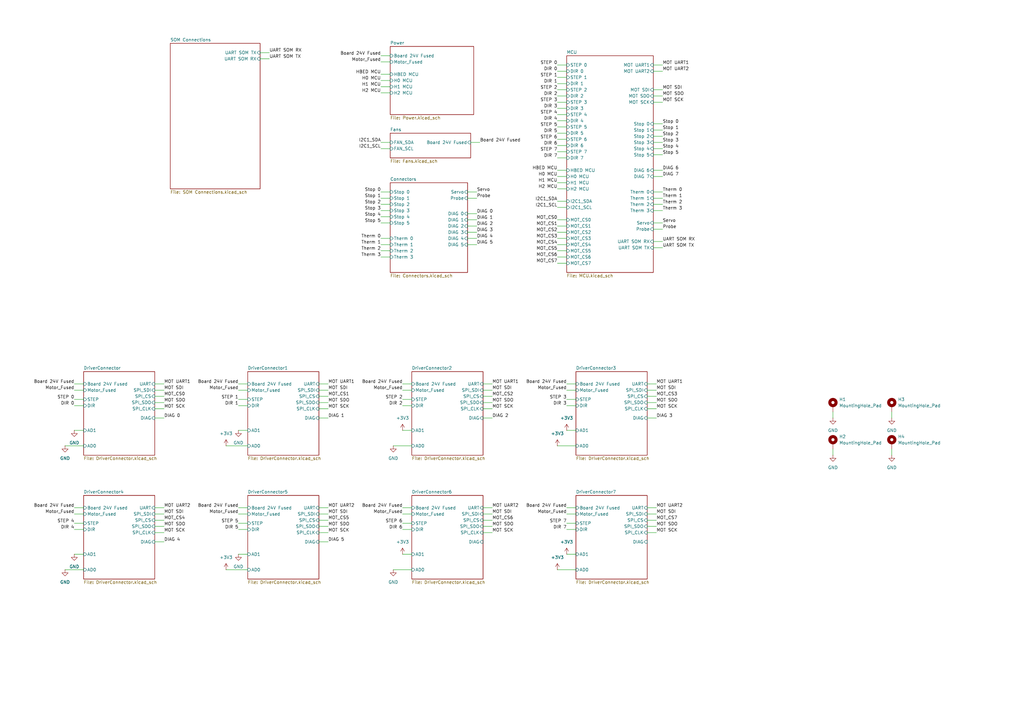
<source format=kicad_sch>
(kicad_sch (version 20231120) (generator "eeschema") (generator_version "8.0")
  (paper "A3")
  (lib_symbols
    (symbol "Mechanical:MountingHole_Pad" (pin_numbers hide) (pin_names (offset 1.016) hide) (exclude_from_sim yes) (in_bom no)
      (property "Reference" "H" (at 0 6.35 0))
      (property "Value" "MountingHole_Pad" (at 0 4.445 0))
      (symbol "MountingHole_Pad_0_1"
        (circle (center 0 1.27) (radius 1.27) (stroke (width 1.27)))
      )
      (symbol "MountingHole_Pad_1_1"
        (pin input line (at 0 -2.54 90) (length 2.54) (name "1") (number "1"))
      )
    )
    (symbol "power:+3V3" (power) (pin_numbers hide) (pin_names (offset 0) hide)
      (property "Value" "+3V3" (at 0 3.556 0))
      (symbol "+3V3_0_1"
        (polyline (pts (xy -0.762 1.27) (xy 0 2.54)))
        (polyline (pts (xy 0 0) (xy 0 2.54)))
        (polyline (pts (xy 0 2.54) (xy 0.762 1.27)))
      )
      (symbol "+3V3_1_1"
        (pin power_in line (at 0 0 90) (length 0) (name "~") (number "1"))
      )
    )
    (symbol "power:GND" (power) (pin_numbers hide) (pin_names (offset 0) hide)
      (property "Value" "GND" (at 0 -3.81 0))
      (symbol "GND_0_1"
        (polyline (pts (xy 0 0) (xy 0 -1.27) (xy 1.27 -1.27) (xy 0 -2.54) (xy -1.27 -1.27) (xy 0 -1.27)))
      )
      (symbol "GND_1_1"
        (pin power_in line (at 0 0 270) (length 0) (name "~") (number "1"))
      )
    )
  )
  (wire (pts (xy 271.78 93.98) (xy 267.97 93.98)))
  (wire (pts (xy 271.78 39.37) (xy 267.97 39.37)))
  (wire (pts (xy 195.58 100.33) (xy 191.77 100.33)))
  (wire (pts (xy 195.58 95.25) (xy 191.77 95.25)))
  (wire (pts (xy 201.93 165.1) (xy 198.12 165.1)))
  (wire (pts (xy 201.93 208.28) (xy 198.12 208.28)))
  (wire (pts (xy 134.62 218.44) (xy 130.81 218.44)))
  (wire (pts (xy 30.48 163.83) (xy 34.29 163.83)))
  (wire (pts (xy 97.79 210.82) (xy 101.6 210.82)))
  (wire (pts (xy 156.21 30.48) (xy 160.02 30.48)))
  (wire (pts (xy 271.78 41.91) (xy 267.97 41.91)))
  (wire (pts (xy 228.6 46.99) (xy 232.41 46.99)))
  (wire (pts (xy 67.31 222.25) (xy 63.5 222.25)))
  (wire (pts (xy 201.93 167.64) (xy 198.12 167.64)))
  (wire (pts (xy 228.6 102.87) (xy 232.41 102.87)))
  (wire (pts (xy 67.31 208.28) (xy 63.5 208.28)))
  (wire (pts (xy 97.79 176.53) (xy 101.6 176.53)))
  (wire (pts (xy 271.78 55.88) (xy 267.97 55.88)))
  (wire (pts (xy 30.48 160.02) (xy 34.29 160.02)))
  (wire (pts (xy 341.63 184.15) (xy 341.63 186.69)))
  (wire (pts (xy 156.21 58.42) (xy 160.02 58.42)))
  (wire (pts (xy 228.6 74.93) (xy 232.41 74.93)))
  (wire (pts (xy 156.21 100.33) (xy 160.02 100.33)))
  (wire (pts (xy 271.78 99.06) (xy 267.97 99.06)))
  (wire (pts (xy 165.1 210.82) (xy 168.91 210.82)))
  (wire (pts (xy 228.6 49.53) (xy 232.41 49.53)))
  (wire (pts (xy 67.31 210.82) (xy 63.5 210.82)))
  (wire (pts (xy 134.62 213.36) (xy 130.81 213.36)))
  (wire (pts (xy 156.21 83.82) (xy 160.02 83.82)))
  (wire (pts (xy 165.1 157.48) (xy 168.91 157.48)))
  (wire (pts (xy 271.78 83.82) (xy 267.97 83.82)))
  (wire (pts (xy 196.85 58.42) (xy 193.04 58.42)))
  (wire (pts (xy 156.21 86.36) (xy 160.02 86.36)))
  (wire (pts (xy 156.21 35.56) (xy 160.02 35.56)))
  (wire (pts (xy 232.41 157.48) (xy 236.22 157.48)))
  (wire (pts (xy 228.6 182.88) (xy 236.22 182.88)))
  (wire (pts (xy 67.31 160.02) (xy 63.5 160.02)))
  (wire (pts (xy 134.62 215.9) (xy 130.81 215.9)))
  (wire (pts (xy 30.48 217.17) (xy 34.29 217.17)))
  (wire (pts (xy 341.63 168.91) (xy 341.63 171.45)))
  (wire (pts (xy 134.62 165.1) (xy 130.81 165.1)))
  (wire (pts (xy 228.6 72.39) (xy 232.41 72.39)))
  (wire (pts (xy 67.31 215.9) (xy 63.5 215.9)))
  (wire (pts (xy 97.79 157.48) (xy 101.6 157.48)))
  (wire (pts (xy 228.6 97.79) (xy 232.41 97.79)))
  (wire (pts (xy 156.21 105.41) (xy 160.02 105.41)))
  (wire (pts (xy 156.21 60.96) (xy 160.02 60.96)))
  (wire (pts (xy 271.78 69.85) (xy 267.97 69.85)))
  (wire (pts (xy 156.21 38.1) (xy 160.02 38.1)))
  (wire (pts (xy 156.21 25.4) (xy 160.02 25.4)))
  (wire (pts (xy 232.41 176.53) (xy 236.22 176.53)))
  (wire (pts (xy 228.6 52.07) (xy 232.41 52.07)))
  (wire (pts (xy 271.78 50.8) (xy 267.97 50.8)))
  (wire (pts (xy 156.21 88.9) (xy 160.02 88.9)))
  (wire (pts (xy 26.67 182.88) (xy 34.29 182.88)))
  (wire (pts (xy 232.41 160.02) (xy 236.22 160.02)))
  (wire (pts (xy 201.93 213.36) (xy 198.12 213.36)))
  (wire (pts (xy 161.29 182.88) (xy 168.91 182.88)))
  (wire (pts (xy 228.6 26.67) (xy 232.41 26.67)))
  (wire (pts (xy 271.78 29.21) (xy 267.97 29.21)))
  (wire (pts (xy 195.58 92.71) (xy 191.77 92.71)))
  (wire (pts (xy 269.24 215.9) (xy 265.43 215.9)))
  (wire (pts (xy 228.6 64.77) (xy 232.41 64.77)))
  (wire (pts (xy 228.6 85.09) (xy 232.41 85.09)))
  (wire (pts (xy 271.78 101.6) (xy 267.97 101.6)))
  (wire (pts (xy 134.62 208.28) (xy 130.81 208.28)))
  (wire (pts (xy 165.1 208.28) (xy 168.91 208.28)))
  (wire (pts (xy 228.6 44.45) (xy 232.41 44.45)))
  (wire (pts (xy 228.6 31.75) (xy 232.41 31.75)))
  (wire (pts (xy 232.41 214.63) (xy 236.22 214.63)))
  (wire (pts (xy 195.58 78.74) (xy 191.77 78.74)))
  (wire (pts (xy 92.71 182.88) (xy 101.6 182.88)))
  (wire (pts (xy 228.6 100.33) (xy 232.41 100.33)))
  (wire (pts (xy 67.31 162.56) (xy 63.5 162.56)))
  (wire (pts (xy 156.21 22.86) (xy 160.02 22.86)))
  (wire (pts (xy 228.6 59.69) (xy 232.41 59.69)))
  (wire (pts (xy 161.29 233.68) (xy 168.91 233.68)))
  (wire (pts (xy 134.62 157.48) (xy 130.81 157.48)))
  (wire (pts (xy 134.62 222.25) (xy 130.81 222.25)))
  (wire (pts (xy 97.79 163.83) (xy 101.6 163.83)))
  (wire (pts (xy 30.48 166.37) (xy 34.29 166.37)))
  (wire (pts (xy 195.58 97.79) (xy 191.77 97.79)))
  (wire (pts (xy 30.48 176.53) (xy 34.29 176.53)))
  (wire (pts (xy 271.78 36.83) (xy 267.97 36.83)))
  (wire (pts (xy 67.31 157.48) (xy 63.5 157.48)))
  (wire (pts (xy 232.41 210.82) (xy 236.22 210.82)))
  (wire (pts (xy 201.93 160.02) (xy 198.12 160.02)))
  (wire (pts (xy 269.24 167.64) (xy 265.43 167.64)))
  (wire (pts (xy 30.48 210.82) (xy 34.29 210.82)))
  (wire (pts (xy 269.24 218.44) (xy 265.43 218.44)))
  (wire (pts (xy 195.58 81.28) (xy 191.77 81.28)))
  (wire (pts (xy 271.78 58.42) (xy 267.97 58.42)))
  (wire (pts (xy 134.62 210.82) (xy 130.81 210.82)))
  (wire (pts (xy 228.6 233.68) (xy 236.22 233.68)))
  (wire (pts (xy 228.6 95.25) (xy 232.41 95.25)))
  (wire (pts (xy 97.79 217.17) (xy 101.6 217.17)))
  (wire (pts (xy 67.31 213.36) (xy 63.5 213.36)))
  (wire (pts (xy 228.6 107.95) (xy 232.41 107.95)))
  (wire (pts (xy 228.6 62.23) (xy 232.41 62.23)))
  (wire (pts (xy 156.21 91.44) (xy 160.02 91.44)))
  (wire (pts (xy 165.1 166.37) (xy 168.91 166.37)))
  (wire (pts (xy 30.48 214.63) (xy 34.29 214.63)))
  (wire (pts (xy 134.62 160.02) (xy 130.81 160.02)))
  (wire (pts (xy 271.78 86.36) (xy 267.97 86.36)))
  (wire (pts (xy 156.21 102.87) (xy 160.02 102.87)))
  (wire (pts (xy 269.24 165.1) (xy 265.43 165.1)))
  (wire (pts (xy 97.79 208.28) (xy 101.6 208.28)))
  (wire (pts (xy 165.1 227.33) (xy 168.91 227.33)))
  (wire (pts (xy 228.6 41.91) (xy 232.41 41.91)))
  (wire (pts (xy 228.6 29.21) (xy 232.41 29.21)))
  (wire (pts (xy 67.31 165.1) (xy 63.5 165.1)))
  (wire (pts (xy 97.79 166.37) (xy 101.6 166.37)))
  (wire (pts (xy 232.41 227.33) (xy 236.22 227.33)))
  (wire (pts (xy 201.93 162.56) (xy 198.12 162.56)))
  (wire (pts (xy 228.6 90.17) (xy 232.41 90.17)))
  (wire (pts (xy 67.31 171.45) (xy 63.5 171.45)))
  (wire (pts (xy 97.79 214.63) (xy 101.6 214.63)))
  (wire (pts (xy 271.78 26.67) (xy 267.97 26.67)))
  (wire (pts (xy 228.6 105.41) (xy 232.41 105.41)))
  (wire (pts (xy 165.1 217.17) (xy 168.91 217.17)))
  (wire (pts (xy 269.24 213.36) (xy 265.43 213.36)))
  (wire (pts (xy 228.6 77.47) (xy 232.41 77.47)))
  (wire (pts (xy 228.6 82.55) (xy 232.41 82.55)))
  (wire (pts (xy 228.6 69.85) (xy 232.41 69.85)))
  (wire (pts (xy 67.31 218.44) (xy 63.5 218.44)))
  (wire (pts (xy 269.24 210.82) (xy 265.43 210.82)))
  (wire (pts (xy 165.1 176.53) (xy 168.91 176.53)))
  (wire (pts (xy 26.67 233.68) (xy 34.29 233.68)))
  (wire (pts (xy 134.62 167.64) (xy 130.81 167.64)))
  (wire (pts (xy 195.58 87.63) (xy 191.77 87.63)))
  (wire (pts (xy 271.78 53.34) (xy 267.97 53.34)))
  (wire (pts (xy 201.93 215.9) (xy 198.12 215.9)))
  (wire (pts (xy 271.78 63.5) (xy 267.97 63.5)))
  (wire (pts (xy 97.79 160.02) (xy 101.6 160.02)))
  (wire (pts (xy 156.21 81.28) (xy 160.02 81.28)))
  (wire (pts (xy 269.24 160.02) (xy 265.43 160.02)))
  (wire (pts (xy 232.41 166.37) (xy 236.22 166.37)))
  (wire (pts (xy 271.78 78.74) (xy 267.97 78.74)))
  (wire (pts (xy 156.21 33.02) (xy 160.02 33.02)))
  (wire (pts (xy 228.6 36.83) (xy 232.41 36.83)))
  (wire (pts (xy 269.24 208.28) (xy 265.43 208.28)))
  (wire (pts (xy 269.24 157.48) (xy 265.43 157.48)))
  (wire (pts (xy 110.49 21.59) (xy 106.68 21.59)))
  (wire (pts (xy 228.6 92.71) (xy 232.41 92.71)))
  (wire (pts (xy 97.79 227.33) (xy 101.6 227.33)))
  (wire (pts (xy 195.58 90.17) (xy 191.77 90.17)))
  (wire (pts (xy 201.93 218.44) (xy 198.12 218.44)))
  (wire (pts (xy 92.71 233.68) (xy 101.6 233.68)))
  (wire (pts (xy 271.78 72.39) (xy 267.97 72.39)))
  (wire (pts (xy 134.62 171.45) (xy 130.81 171.45)))
  (wire (pts (xy 30.48 208.28) (xy 34.29 208.28)))
  (wire (pts (xy 110.49 24.13) (xy 106.68 24.13)))
  (wire (pts (xy 232.41 208.28) (xy 236.22 208.28)))
  (wire (pts (xy 201.93 157.48) (xy 198.12 157.48)))
  (wire (pts (xy 201.93 210.82) (xy 198.12 210.82)))
  (wire (pts (xy 365.76 184.15) (xy 365.76 186.69)))
  (wire (pts (xy 67.31 167.64) (xy 63.5 167.64)))
  (wire (pts (xy 269.24 162.56) (xy 265.43 162.56)))
  (wire (pts (xy 271.78 60.96) (xy 267.97 60.96)))
  (wire (pts (xy 269.24 171.45) (xy 265.43 171.45)))
  (wire (pts (xy 271.78 81.28) (xy 267.97 81.28)))
  (wire (pts (xy 228.6 57.15) (xy 232.41 57.15)))
  (wire (pts (xy 156.21 78.74) (xy 160.02 78.74)))
  (wire (pts (xy 271.78 91.44) (xy 267.97 91.44)))
  (wire (pts (xy 201.93 171.45) (xy 198.12 171.45)))
  (wire (pts (xy 30.48 227.33) (xy 34.29 227.33)))
  (wire (pts (xy 228.6 54.61) (xy 232.41 54.61)))
  (wire (pts (xy 165.1 163.83) (xy 168.91 163.83)))
  (wire (pts (xy 228.6 39.37) (xy 232.41 39.37)))
  (wire (pts (xy 156.21 97.79) (xy 160.02 97.79)))
  (wire (pts (xy 228.6 34.29) (xy 232.41 34.29)))
  (wire (pts (xy 134.62 162.56) (xy 130.81 162.56)))
  (wire (pts (xy 365.76 168.91) (xy 365.76 171.45)))
  (wire (pts (xy 30.48 157.48) (xy 34.29 157.48)))
  (wire (pts (xy 232.41 163.83) (xy 236.22 163.83)))
  (wire (pts (xy 165.1 160.02) (xy 168.91 160.02)))
  (wire (pts (xy 165.1 214.63) (xy 168.91 214.63)))
  (wire (pts (xy 232.41 217.17) (xy 236.22 217.17)))
  (label "MOT SDO" (at 67.31 165.1 0))
  (label "Therm 1" (at 156.21 100.33 180))
  (label "DIAG 4" (at 67.31 222.25 0))
  (label "DIR 2" (at 165.1 166.37 180))
  (label "MOT_CS5" (at 134.62 213.36 0))
  (label "MOT_CS4" (at 228.6 100.33 180))
  (label "DIR 2" (at 228.6 39.37 180))
  (label "Therm 0" (at 271.78 78.74 0))
  (label "Board 24V Fused" (at 97.79 208.28 180))
  (label "DIAG 7" (at 271.78 72.39 0))
  (label "MOT SDO" (at 201.93 215.9 0))
  (label "DIR 3" (at 232.41 166.37 180))
  (label "MOT_CS2" (at 228.6 95.25 180))
  (label "I2C1_SDA" (at 228.6 82.55 180))
  (label "DIAG 1" (at 134.62 171.45 0))
  (label "Therm 3" (at 271.78 86.36 0))
  (label "MOT_CS4" (at 67.31 213.36 0))
  (label "STEP 7" (at 232.41 214.63 180))
  (label "MOT SDI" (at 201.93 210.82 0))
  (label "DIR 4" (at 228.6 49.53 180))
  (label "DIAG 4" (at 195.58 97.79 0))
  (label "Probe" (at 271.78 93.98 0))
  (label "MOT_CS1" (at 134.62 162.56 0))
  (label "MOT SDI" (at 134.62 160.02 0))
  (label "DIR 0" (at 228.6 29.21 180))
  (label "Board 24V Fused" (at 156.21 22.86 180))
  (label "MOT_CS5" (at 228.6 102.87 180))
  (label "MOT_CS0" (at 228.6 90.17 180))
  (label "MOT UART1" (at 67.31 157.48 0))
  (label "Board 24V Fused" (at 232.41 208.28 180))
  (label "I2C1_SCL" (at 156.21 60.96 180))
  (label "MOT SDI" (at 134.62 210.82 0))
  (label "MOT SDO" (at 201.93 165.1 0))
  (label "Board 24V Fused" (at 30.48 157.48 180))
  (label "MOT UART2" (at 271.78 29.21 0))
  (label "H0 MCU" (at 228.6 72.39 180))
  (label "MOT SDO" (at 269.24 215.9 0))
  (label "Motor_Fused" (at 156.21 25.4 180))
  (label "MOT SDO" (at 67.31 215.9 0))
  (label "MOT SDI" (at 67.31 210.82 0))
  (label "MOT SDO" (at 134.62 165.1 0))
  (label "MOT UART2" (at 269.24 208.28 0))
  (label "STEP 2" (at 228.6 36.83 180))
  (label "DIAG 3" (at 195.58 95.25 0))
  (label "MOT SDI" (at 201.93 160.02 0))
  (label "HBED MCU" (at 228.6 69.85 180))
  (label "MOT SCK" (at 271.78 41.91 0))
  (label "MOT_CS3" (at 269.24 162.56 0))
  (label "MOT UART1" (at 269.24 157.48 0))
  (label "Stop 4" (at 271.78 60.96 0))
  (label "MOT SCK" (at 134.62 167.64 0))
  (label "MOT UART2" (at 134.62 208.28 0))
  (label "MOT_CS1" (at 228.6 92.71 180))
  (label "DIAG 5" (at 195.58 100.33 0))
  (label "MOT_CS3" (at 228.6 97.79 180))
  (label "STEP 1" (at 228.6 31.75 180))
  (label "MOT_CS7" (at 269.24 213.36 0))
  (label "Board 24V Fused" (at 97.79 157.48 180))
  (label "DIAG 5" (at 134.62 222.25 0))
  (label "Stop 5" (at 271.78 63.5 0))
  (label "Motor_Fused" (at 232.41 210.82 180))
  (label "MOT UART1" (at 134.62 157.48 0))
  (label "Stop 2" (at 271.78 55.88 0))
  (label "STEP 3" (at 228.6 41.91 180))
  (label "MOT_CS6" (at 201.93 213.36 0))
  (label "DIAG 0" (at 195.58 87.63 0))
  (label "I2C1_SCL" (at 228.6 85.09 180))
  (label "Motor_Fused" (at 30.48 160.02 180))
  (label "Board 24V Fused" (at 165.1 157.48 180))
  (label "Stop 1" (at 156.21 81.28 180))
  (label "MOT_CS7" (at 228.6 107.95 180))
  (label "STEP 6" (at 228.6 57.15 180))
  (label "STEP 5" (at 97.79 214.63 180))
  (label "Therm 3" (at 156.21 105.41 180))
  (label "MOT SDI" (at 269.24 160.02 0))
  (label "DIR 0" (at 30.48 166.37 180))
  (label "Servo" (at 195.58 78.74 0))
  (label "Board 24V Fused" (at 232.41 157.48 180))
  (label "MOT SCK" (at 269.24 167.64 0))
  (label "MOT UART2" (at 201.93 208.28 0))
  (label "Motor_Fused" (at 165.1 160.02 180))
  (label "MOT SCK" (at 201.93 167.64 0))
  (label "Servo" (at 271.78 91.44 0))
  (label "UART SOM TX" (at 271.78 101.6 0))
  (label "STEP 6" (at 165.1 214.63 180))
  (label "MOT UART1" (at 271.78 26.67 0))
  (label "STEP 0" (at 228.6 26.67 180))
  (label "H2 MCU" (at 228.6 77.47 180))
  (label "DIR 6" (at 165.1 217.17 180))
  (label "Board 24V Fused" (at 165.1 208.28 180))
  (label "MOT SDI" (at 271.78 36.83 0))
  (label "DIR 7" (at 228.6 64.77 180))
  (label "MOT UART1" (at 201.93 157.48 0))
  (label "UART SOM TX" (at 110.49 24.13 0))
  (label "DIR 5" (at 228.6 54.61 180))
  (label "Motor_Fused" (at 30.48 210.82 180))
  (label "Board 24V Fused" (at 196.85 58.42 0))
  (label "Therm 0" (at 156.21 97.79 180))
  (label "MOT_CS0" (at 67.31 162.56 0))
  (label "Stop 3" (at 156.21 86.36 180))
  (label "DIAG 0" (at 67.31 171.45 0))
  (label "Stop 4" (at 156.21 88.9 180))
  (label "Stop 0" (at 156.21 78.74 180))
  (label "Stop 0" (at 271.78 50.8 0))
  (label "STEP 1" (at 97.79 163.83 180))
  (label "MOT_CS6" (at 228.6 105.41 180))
  (label "DIR 4" (at 30.48 217.17 180))
  (label "DIAG 2" (at 201.93 171.45 0))
  (label "Motor_Fused" (at 165.1 210.82 180))
  (label "STEP 2" (at 165.1 163.83 180))
  (label "H2 MCU" (at 156.21 38.1 180))
  (label "Motor_Fused" (at 232.41 160.02 180))
  (label "MOT SCK" (at 269.24 218.44 0))
  (label "Board 24V Fused" (at 30.48 208.28 180))
  (label "MOT SDO" (at 271.78 39.37 0))
  (label "DIR 5" (at 97.79 217.17 180))
  (label "STEP 3" (at 232.41 163.83 180))
  (label "DIR 7" (at 232.41 217.17 180))
  (label "Stop 2" (at 156.21 83.82 180))
  (label "Stop 1" (at 271.78 53.34 0))
  (label "MOT SCK" (at 67.31 218.44 0))
  (label "Motor_Fused" (at 97.79 210.82 180))
  (label "Therm 2" (at 271.78 83.82 0))
  (label "Stop 3" (at 271.78 58.42 0))
  (label "DIR 3" (at 228.6 44.45 180))
  (label "UART SOM RX" (at 271.78 99.06 0))
  (label "STEP 5" (at 228.6 52.07 180))
  (label "H1 MCU" (at 228.6 74.93 180))
  (label "STEP 4" (at 30.48 214.63 180))
  (label "Stop 5" (at 156.21 91.44 180))
  (label "MOT SCK" (at 201.93 218.44 0))
  (label "MOT SDI" (at 269.24 210.82 0))
  (label "Probe" (at 195.58 81.28 0))
  (label "I2C1_SDA" (at 156.21 58.42 180))
  (label "MOT SDO" (at 269.24 165.1 0))
  (label "MOT SDI" (at 67.31 160.02 0))
  (label "STEP 0" (at 30.48 163.83 180))
  (label "H1 MCU" (at 156.21 35.56 180))
  (label "HBED MCU" (at 156.21 30.48 180))
  (label "Motor_Fused" (at 97.79 160.02 180))
  (label "MOT_CS2" (at 201.93 162.56 0))
  (label "DIAG 6" (at 271.78 69.85 0))
  (label "H0 MCU" (at 156.21 33.02 180))
  (label "Therm 1" (at 271.78 81.28 0))
  (label "DIR 1" (at 228.6 34.29 180))
  (label "MOT UART2" (at 67.31 208.28 0))
  (label "Therm 2" (at 156.21 102.87 180))
  (label "STEP 7" (at 228.6 62.23 180))
  (label "UART SOM RX" (at 110.49 21.59 0))
  (label "DIR 1" (at 97.79 166.37 180))
  (label "STEP 4" (at 228.6 46.99 180))
  (label "DIAG 2" (at 195.58 92.71 0))
  (label "DIAG 3" (at 269.24 171.45 0))
  (label "MOT SCK" (at 67.31 167.64 0))
  (label "MOT SCK" (at 134.62 218.44 0))
  (label "MOT SDO" (at 134.62 215.9 0))
  (label "DIR 6" (at 228.6 59.69 180))
  (label "DIAG 1" (at 195.58 90.17 0))
  (symbol (lib_id "power:GND") (at 161.29 233.68 0) (unit 1)
    (property "Reference" "#PWR095" (effects (hide yes)))
    (property "Value" "GND" (at 161.29 238.76 0))
    (property "Description" "Power symbol creates a global label with name \"GND\" , ground" (effects (hide yes)))
  )
  (symbol (lib_id "power:GND") (at 97.79 227.33 0) (unit 1)
    (property "Reference" "#PWR094" (effects (hide yes)))
    (property "Value" "GND" (at 97.79 232.41 0))
    (property "Description" "Power symbol creates a global label with name \"GND\" , ground" (effects (hide yes)))
  )
  (symbol (lib_id "power:GND") (at 30.48 176.53 0) (unit 1)
    (property "Reference" "#PWR089" (effects (hide yes)))
    (property "Value" "GND" (at 30.48 181.61 0))
    (property "Description" "Power symbol creates a global label with name \"GND\" , ground" (effects (hide yes)))
  )
  (symbol (lib_id "power:GND") (at 161.29 182.88 0) (unit 1)
    (property "Reference" "#PWR091" (effects (hide yes)))
    (property "Value" "GND" (at 161.29 187.96 0))
    (property "Description" "Power symbol creates a global label with name \"GND\" , ground" (effects (hide yes)))
  )
  (symbol (lib_id "Mechanical:MountingHole_Pad") (at 341.63 181.61 0) (unit 1) (exclude_from_sim yes) (in_bom no)
    (property "Reference" "H2" (at 344.17 179.0699 0) (effects (justify left)))
    (property "Value" "MountingHole_Pad" (at 344.17 181.6099 0) (effects (justify left)))
    (property "Footprint" "MountingHole:MountingHole_3.2mm_M3_Pad_TopBottom" (effects (hide yes)))
    (property "Description" "Mounting Hole with connection" (effects (hide yes)))
  )
  (symbol (lib_id "power:GND") (at 30.48 227.33 0) (unit 1)
    (property "Reference" "#PWR092" (effects (hide yes)))
    (property "Value" "GND" (at 30.48 232.41 0))
    (property "Description" "Power symbol creates a global label with name \"GND\" , ground" (effects (hide yes)))
  )
  (symbol (lib_id "power:GND") (at 26.67 182.88 0) (unit 1)
    (property "Reference" "#PWR088" (effects (hide yes)))
    (property "Value" "GND" (at 26.67 187.96 0))
    (property "Description" "Power symbol creates a global label with name \"GND\" , ground" (effects (hide yes)))
  )
  (symbol (lib_id "power:GND") (at 365.76 171.45 0) (unit 1)
    (property "Reference" "#PWR018" (effects (hide yes)))
    (property "Value" "GND" (at 365.76 176.53 0))
    (property "Description" "Power symbol creates a global label with name \"GND\" , ground" (effects (hide yes)))
  )
  (symbol (lib_id "Mechanical:MountingHole_Pad") (at 365.76 181.61 0) (unit 1) (exclude_from_sim yes) (in_bom no)
    (property "Reference" "H4" (at 368.3 179.0699 0) (effects (justify left)))
    (property "Value" "MountingHole_Pad" (at 368.3 181.6099 0) (effects (justify left)))
    (property "Footprint" "MountingHole:MountingHole_3.2mm_M3_Pad_TopBottom" (effects (hide yes)))
    (property "Description" "Mounting Hole with connection" (effects (hide yes)))
  )
  (symbol (lib_id "power:+3V3") (at 228.6 182.88 0) (unit 1)
    (property "Reference" "#PWR0102" (effects (hide yes)))
    (property "Value" "+3V3" (at 228.6 177.8 0))
    (property "Description" "Power symbol creates a global label with name \"+3V3\"" (effects (hide yes)))
  )
  (symbol (lib_id "power:GND") (at 341.63 186.69 0) (unit 1)
    (property "Reference" "#PWR019" (effects (hide yes)))
    (property "Value" "GND" (at 341.63 191.77 0))
    (property "Description" "Power symbol creates a global label with name \"GND\" , ground" (effects (hide yes)))
  )
  (symbol (lib_id "power:+3V3") (at 232.41 176.53 0) (unit 1)
    (property "Reference" "#PWR098" (effects (hide yes)))
    (property "Value" "+3V3" (at 232.41 171.45 0))
    (property "Description" "Power symbol creates a global label with name \"+3V3\"" (effects (hide yes)))
  )
  (symbol (lib_id "power:GND") (at 97.79 176.53 0) (unit 1)
    (property "Reference" "#PWR090" (effects (hide yes)))
    (property "Value" "GND" (at 97.79 181.61 0))
    (property "Description" "Power symbol creates a global label with name \"GND\" , ground" (effects (hide yes)))
  )
  (symbol (lib_id "power:GND") (at 26.67 233.68 0) (unit 1)
    (property "Reference" "#PWR093" (effects (hide yes)))
    (property "Value" "GND" (at 26.67 238.76 0))
    (property "Description" "Power symbol creates a global label with name \"GND\" , ground" (effects (hide yes)))
  )
  (symbol (lib_id "power:GND") (at 365.76 186.69 0) (unit 1)
    (property "Reference" "#PWR020" (effects (hide yes)))
    (property "Value" "GND" (at 365.76 191.77 0))
    (property "Description" "Power symbol creates a global label with name \"GND\" , ground" (effects (hide yes)))
  )
  (symbol (lib_id "power:+3V3") (at 92.71 233.68 0) (unit 1)
    (property "Reference" "#PWR0101" (effects (hide yes)))
    (property "Value" "+3V3" (at 92.71 228.6 0))
    (property "Description" "Power symbol creates a global label with name \"+3V3\"" (effects (hide yes)))
  )
  (symbol (lib_id "power:+3V3") (at 165.1 227.33 0) (unit 1)
    (property "Reference" "#PWR099" (effects (hide yes)))
    (property "Value" "+3V3" (at 165.1 222.25 0))
    (property "Description" "Power symbol creates a global label with name \"+3V3\"" (effects (hide yes)))
  )
  (symbol (lib_id "power:GND") (at 341.63 171.45 0) (unit 1)
    (property "Reference" "#PWR017" (effects (hide yes)))
    (property "Value" "GND" (at 341.63 176.53 0))
    (property "Description" "Power symbol creates a global label with name \"GND\" , ground" (effects (hide yes)))
  )
  (symbol (lib_id "power:+3V3") (at 228.6 233.68 0) (unit 1)
    (property "Reference" "#PWR0103" (effects (hide yes)))
    (property "Value" "+3V3" (at 228.6 228.6 0))
    (property "Description" "Power symbol creates a global label with name \"+3V3\"" (effects (hide yes)))
  )
  (symbol (lib_id "Mechanical:MountingHole_Pad") (at 341.63 166.37 0) (unit 1) (exclude_from_sim yes) (in_bom no)
    (property "Reference" "H1" (at 344.17 163.8299 0) (effects (justify left)))
    (property "Value" "MountingHole_Pad" (at 344.17 166.3699 0) (effects (justify left)))
    (property "Footprint" "MountingHole:MountingHole_3.2mm_M3_Pad_TopBottom" (effects (hide yes)))
    (property "Description" "Mounting Hole with connection" (effects (hide yes)))
  )
  (symbol (lib_id "power:+3V3") (at 92.71 182.88 0) (unit 1)
    (property "Reference" "#PWR096" (effects (hide yes)))
    (property "Value" "+3V3" (at 92.71 177.8 0))
    (property "Description" "Power symbol creates a global label with name \"+3V3\"" (effects (hide yes)))
  )
  (symbol (lib_id "power:+3V3") (at 165.1 176.53 0) (unit 1)
    (property "Reference" "#PWR097" (effects (hide yes)))
    (property "Value" "+3V3" (at 165.1 171.45 0))
    (property "Description" "Power symbol creates a global label with name \"+3V3\"" (effects (hide yes)))
  )
  (symbol (lib_id "power:+3V3") (at 232.41 227.33 0) (unit 1)
    (property "Reference" "#PWR0100" (effects (hide yes)))
    (property "Value" "+3V3" (at 232.41 222.25 0))
    (property "Description" "Power symbol creates a global label with name \"+3V3\"" (effects (hide yes)))
  )
  (symbol (lib_id "Mechanical:MountingHole_Pad") (at 365.76 166.37 0) (unit 1) (exclude_from_sim yes) (in_bom no)
    (property "Reference" "H3" (at 368.3 163.8299 0) (effects (justify left)))
    (property "Value" "MountingHole_Pad" (at 368.3 166.3699 0) (effects (justify left)))
    (property "Footprint" "MountingHole:MountingHole_3.2mm_M3_Pad_TopBottom" (effects (hide yes)))
    (property "Description" "Mounting Hole with connection" (effects (hide yes)))
  )
  (sheet (at 160.02 19.05) (size 34.29 27.94) (stroke (width 0.1524))
    (property "Sheetname" "Power" (at 160.02 18.3384 0) (effects (justify left bottom)))
    (property "Sheetfile" "Power.kicad_sch" (at 160.02 47.5746 0) (effects (justify left top)))
    (pin "Board 24V Fused" input (at 160.02 22.86 180))
    (pin "Motor_Fused" input (at 160.02 25.4 180))
    (pin "H1 MCU" input (at 160.02 35.56 180))
    (pin "H2 MCU" input (at 160.02 38.1 180))
    (pin "HBED MCU" input (at 160.02 30.48 180))
    (pin "H0 MCU" input (at 160.02 33.02 180))
  )
  (sheet (at 34.29 203.2) (size 29.21 34.29) (stroke (width 0.1524))
    (property "Sheetname" "DriverConnector4" (at 34.29 202.4884 0) (effects (justify left bottom)))
    (property "Sheetfile" "DriverConnector.kicad_sch" (at 34.29 238.0746 0) (effects (justify left top)))
    (pin "Board 24V Fused" input (at 34.29 208.28 180))
    (pin "Motor_Fused" input (at 34.29 210.82 180))
    (pin "DIR" input (at 34.29 217.17 180))
    (pin "STEP" input (at 34.29 214.63 180))
    (pin "DIAG" input (at 63.5 222.25 0))
    (pin "AD1" input (at 34.29 227.33 180))
    (pin "AD0" input (at 34.29 233.68 180))
    (pin "UART" input (at 63.5 208.28 0))
    (pin "SPI_SDI" input (at 63.5 210.82 0))
    (pin "SPI_CS" input (at 63.5 213.36 0))
    (pin "SPI_SDO" input (at 63.5 215.9 0))
    (pin "SPI_CLK" input (at 63.5 218.44 0))
  )
  (sheet (at 232.41 22.86) (size 35.56 88.9) (stroke (width 0.1524))
    (property "Sheetname" "MCU" (at 232.41 22.1484 0) (effects (justify left bottom)))
    (property "Sheetfile" "MCU.kicad_sch" (at 232.41 112.3446 0) (effects (justify left top)))
    (pin "MOT UART2" input (at 267.97 29.21 0))
    (pin "MOT SCK" input (at 267.97 41.91 0))
    (pin "MOT SDO" input (at 267.97 39.37 0))
    (pin "MOT UART1" input (at 267.97 26.67 0))
    (pin "MOT SDI" input (at 267.97 36.83 0))
    (pin "DIR 0" input (at 232.41 29.21 180))
    (pin "DIR 3" input (at 232.41 44.45 180))
    (pin "STEP 1" input (at 232.41 31.75 180))
    (pin "STEP 0" input (at 232.41 26.67 180))
    (pin "DIR 1" input (at 232.41 34.29 180))
    (pin "STEP 2" input (at 232.41 36.83 180))
    (pin "DIR 2" input (at 232.41 39.37 180))
    (pin "STEP 3" input (at 232.41 41.91 180))
    (pin "STEP 7" input (at 232.41 62.23 180))
    (pin "DIR 7" input (at 232.41 64.77 180))
    (pin "STEP 6" input (at 232.41 57.15 180))
    (pin "STEP 5" input (at 232.41 52.07 180))
    (pin "DIR 5" input (at 232.41 54.61 180))
    (pin "DIR 6" input (at 232.41 59.69 180))
    (pin "DIR 4" input (at 232.41 49.53 180))
    (pin "STEP 4" input (at 232.41 46.99 180))
    (pin "DIAG 7" input (at 267.97 72.39 0))
    (pin "DIAG 6" input (at 267.97 69.85 0))
    (pin "Stop 1" input (at 267.97 53.34 0))
    (pin "Stop 4" input (at 267.97 60.96 0))
    (pin "Stop 3" input (at 267.97 58.42 0))
    (pin "Stop 0" input (at 267.97 50.8 0))
    (pin "Stop 2" input (at 267.97 55.88 0))
    (pin "Stop 5" input (at 267.97 63.5 0))
    (pin "Therm 0" input (at 267.97 78.74 0))
    (pin "Therm 2" input (at 267.97 83.82 0))
    (pin "Therm 3" input (at 267.97 86.36 0))
    (pin "Therm 1" input (at 267.97 81.28 0))
    (pin "I2C1_SDA" input (at 232.41 82.55 180))
    (pin "I2C1_SCL" input (at 232.41 85.09 180))
    (pin "MOT_CS0" input (at 232.41 90.17 180))
    (pin "MOT_CS6" input (at 232.41 105.41 180))
    (pin "MOT_CS1" input (at 232.41 92.71 180))
    (pin "MOT_CS2" input (at 232.41 95.25 180))
    (pin "MOT_CS3" input (at 232.41 97.79 180))
    (pin "MOT_CS4" input (at 232.41 100.33 180))
    (pin "MOT_CS5" input (at 232.41 102.87 180))
    (pin "MOT_CS7" input (at 232.41 107.95 180))
    (pin "Servo" input (at 267.97 91.44 0))
    (pin "Probe" input (at 267.97 93.98 0))
    (pin "UART SOM RX" input (at 267.97 99.06 0))
    (pin "UART SOM TX" input (at 267.97 101.6 0))
    (pin "HBED MCU" input (at 232.41 69.85 180))
    (pin "H0 MCU" input (at 232.41 72.39 180))
    (pin "H2 MCU" input (at 232.41 77.47 180))
    (pin "H1 MCU" input (at 232.41 74.93 180))
  )
  (sheet (at 160.02 54.61) (size 33.02 10.16) (stroke (width 0.1524))
    (property "Sheetname" "Fans" (at 160.02 53.8984 0) (effects (justify left bottom)))
    (property "Sheetfile" "Fans.kicad_sch" (at 160.02 65.3546 0) (effects (justify left top)))
    (pin "FAN_SDA" input (at 160.02 58.42 180))
    (pin "FAN_SCL" input (at 160.02 60.96 180))
    (pin "Board 24V Fused" input (at 193.04 58.42 0))
  )
  (sheet (at 34.29 152.4) (size 29.21 34.29) (stroke (width 0.1524))
    (property "Sheetname" "DriverConnector" (at 34.29 151.6884 0) (effects (justify left bottom)))
    (property "Sheetfile" "DriverConnector.kicad_sch" (at 34.29 187.2746 0) (effects (justify left top)))
    (pin "Board 24V Fused" input (at 34.29 157.48 180))
    (pin "Motor_Fused" input (at 34.29 160.02 180))
    (pin "DIR" input (at 34.29 166.37 180))
    (pin "STEP" input (at 34.29 163.83 180))
    (pin "DIAG" input (at 63.5 171.45 0))
    (pin "AD1" input (at 34.29 176.53 180))
    (pin "AD0" input (at 34.29 182.88 180))
    (pin "UART" input (at 63.5 157.48 0))
    (pin "SPI_SDI" input (at 63.5 160.02 0))
    (pin "SPI_CS" input (at 63.5 162.56 0))
    (pin "SPI_SDO" input (at 63.5 165.1 0))
    (pin "SPI_CLK" input (at 63.5 167.64 0))
  )
  (sheet (at 236.22 152.4) (size 29.21 34.29) (stroke (width 0.1524))
    (property "Sheetname" "DriverConnector3" (at 236.22 151.6884 0) (effects (justify left bottom)))
    (property "Sheetfile" "DriverConnector.kicad_sch" (at 236.22 187.2746 0) (effects (justify left top)))
    (pin "Board 24V Fused" input (at 236.22 157.48 180))
    (pin "Motor_Fused" input (at 236.22 160.02 180))
    (pin "DIR" input (at 236.22 166.37 180))
    (pin "STEP" input (at 236.22 163.83 180))
    (pin "DIAG" input (at 265.43 171.45 0))
    (pin "AD1" input (at 236.22 176.53 180))
    (pin "AD0" input (at 236.22 182.88 180))
    (pin "UART" input (at 265.43 157.48 0))
    (pin "SPI_SDI" input (at 265.43 160.02 0))
    (pin "SPI_CS" input (at 265.43 162.56 0))
    (pin "SPI_SDO" input (at 265.43 165.1 0))
    (pin "SPI_CLK" input (at 265.43 167.64 0))
  )
  (sheet (at 168.91 203.2) (size 29.21 34.29) (stroke (width 0.1524))
    (property "Sheetname" "DriverConnector6" (at 168.91 202.4884 0) (effects (justify left bottom)))
    (property "Sheetfile" "DriverConnector.kicad_sch" (at 168.91 238.0746 0) (effects (justify left top)))
    (pin "Board 24V Fused" input (at 168.91 208.28 180))
    (pin "Motor_Fused" input (at 168.91 210.82 180))
    (pin "DIR" input (at 168.91 217.17 180))
    (pin "STEP" input (at 168.91 214.63 180))
    (pin "DIAG" input (at 198.12 222.25 0))
    (pin "AD1" input (at 168.91 227.33 180))
    (pin "AD0" input (at 168.91 233.68 180))
    (pin "UART" input (at 198.12 208.28 0))
    (pin "SPI_SDI" input (at 198.12 210.82 0))
    (pin "SPI_CS" input (at 198.12 213.36 0))
    (pin "SPI_SDO" input (at 198.12 215.9 0))
    (pin "SPI_CLK" input (at 198.12 218.44 0))
  )
  (sheet (at 69.85 17.78) (size 36.83 59.69) (stroke (width 0.1524))
    (property "Sheetname" "SOM Connections" (at 69.85 17.0684 0) (effects (justify left bottom)))
    (property "Sheetfile" "SOM Connections.kicad_sch" (at 69.85 78.0546 0) (effects (justify left top)))
    (pin "UART SOM TX" input (at 106.68 21.59 0))
    (pin "UART SOM RX" input (at 106.68 24.13 0))
  )
  (sheet (at 236.22 203.2) (size 29.21 34.29) (stroke (width 0.1524))
    (property "Sheetname" "DriverConnector7" (at 236.22 202.4884 0) (effects (justify left bottom)))
    (property "Sheetfile" "DriverConnector.kicad_sch" (at 236.22 238.0746 0) (effects (justify left top)))
    (pin "Board 24V Fused" input (at 236.22 208.28 180))
    (pin "Motor_Fused" input (at 236.22 210.82 180))
    (pin "DIR" input (at 236.22 217.17 180))
    (pin "STEP" input (at 236.22 214.63 180))
    (pin "DIAG" input (at 265.43 222.25 0))
    (pin "AD1" input (at 236.22 227.33 180))
    (pin "AD0" input (at 236.22 233.68 180))
    (pin "UART" input (at 265.43 208.28 0))
    (pin "SPI_SDI" input (at 265.43 210.82 0))
    (pin "SPI_CS" input (at 265.43 213.36 0))
    (pin "SPI_SDO" input (at 265.43 215.9 0))
    (pin "SPI_CLK" input (at 265.43 218.44 0))
  )
  (sheet (at 160.02 74.93) (size 31.75 36.83) (stroke (width 0.1524))
    (property "Sheetname" "Connectors" (at 160.02 74.2184 0) (effects (justify left bottom)))
    (property "Sheetfile" "Connectors.kicad_sch" (at 160.02 112.3446 0) (effects (justify left top)))
    (pin "Stop 5" input (at 160.02 91.44 180))
    (pin "Stop 1" input (at 160.02 81.28 180))
    (pin "Stop 0" input (at 160.02 78.74 180))
    (pin "Stop 2" input (at 160.02 83.82 180))
    (pin "Stop 3" input (at 160.02 86.36 180))
    (pin "Stop 4" input (at 160.02 88.9 180))
    (pin "Therm 1" input (at 160.02 100.33 180))
    (pin "Therm 2" input (at 160.02 102.87 180))
    (pin "Therm 0" input (at 160.02 97.79 180))
    (pin "Therm 3" input (at 160.02 105.41 180))
    (pin "Servo" input (at 191.77 78.74 0))
    (pin "Probe" input (at 191.77 81.28 0))
    (pin "DIAG 3" input (at 191.77 95.25 0))
    (pin "DIAG 4" input (at 191.77 97.79 0))
    (pin "DIAG 1" input (at 191.77 90.17 0))
    (pin "DIAG 2" input (at 191.77 92.71 0))
    (pin "DIAG 0" input (at 191.77 87.63 0))
    (pin "DIAG 5" input (at 191.77 100.33 0))
  )
  (sheet (at 168.91 152.4) (size 29.21 34.29) (stroke (width 0.1524))
    (property "Sheetname" "DriverConnector2" (at 168.91 151.6884 0) (effects (justify left bottom)))
    (property "Sheetfile" "DriverConnector.kicad_sch" (at 168.91 187.2746 0) (effects (justify left top)))
    (pin "Board 24V Fused" input (at 168.91 157.48 180))
    (pin "Motor_Fused" input (at 168.91 160.02 180))
    (pin "DIR" input (at 168.91 166.37 180))
    (pin "STEP" input (at 168.91 163.83 180))
    (pin "DIAG" input (at 198.12 171.45 0))
    (pin "AD1" input (at 168.91 176.53 180))
    (pin "AD0" input (at 168.91 182.88 180))
    (pin "UART" input (at 198.12 157.48 0))
    (pin "SPI_SDI" input (at 198.12 160.02 0))
    (pin "SPI_CS" input (at 198.12 162.56 0))
    (pin "SPI_SDO" input (at 198.12 165.1 0))
    (pin "SPI_CLK" input (at 198.12 167.64 0))
  )
  (sheet (at 101.6 203.2) (size 29.21 34.29) (stroke (width 0.1524))
    (property "Sheetname" "DriverConnector5" (at 101.6 202.4884 0) (effects (justify left bottom)))
    (property "Sheetfile" "DriverConnector.kicad_sch" (at 101.6 238.0746 0) (effects (justify left top)))
    (pin "Board 24V Fused" input (at 101.6 208.28 180))
    (pin "Motor_Fused" input (at 101.6 210.82 180))
    (pin "DIR" input (at 101.6 217.17 180))
    (pin "STEP" input (at 101.6 214.63 180))
    (pin "DIAG" input (at 130.81 222.25 0))
    (pin "AD1" input (at 101.6 227.33 180))
    (pin "AD0" input (at 101.6 233.68 180))
    (pin "UART" input (at 130.81 208.28 0))
    (pin "SPI_SDI" input (at 130.81 210.82 0))
    (pin "SPI_CS" input (at 130.81 213.36 0))
    (pin "SPI_SDO" input (at 130.81 215.9 0))
    (pin "SPI_CLK" input (at 130.81 218.44 0))
  )
  (sheet (at 101.6 152.4) (size 29.21 34.29) (stroke (width 0.1524))
    (property "Sheetname" "DriverConnector1" (at 101.6 151.6884 0) (effects (justify left bottom)))
    (property "Sheetfile" "DriverConnector.kicad_sch" (at 101.6 187.2746 0) (effects (justify left top)))
    (pin "Board 24V Fused" input (at 101.6 157.48 180))
    (pin "Motor_Fused" input (at 101.6 160.02 180))
    (pin "DIR" input (at 101.6 166.37 180))
    (pin "STEP" input (at 101.6 163.83 180))
    (pin "DIAG" input (at 130.81 171.45 0))
    (pin "AD1" input (at 101.6 176.53 180))
    (pin "AD0" input (at 101.6 182.88 180))
    (pin "UART" input (at 130.81 157.48 0))
    (pin "SPI_SDI" input (at 130.81 160.02 0))
    (pin "SPI_CS" input (at 130.81 162.56 0))
    (pin "SPI_SDO" input (at 130.81 165.1 0))
    (pin "SPI_CLK" input (at 130.81 167.64 0))
  )
)
</source>
